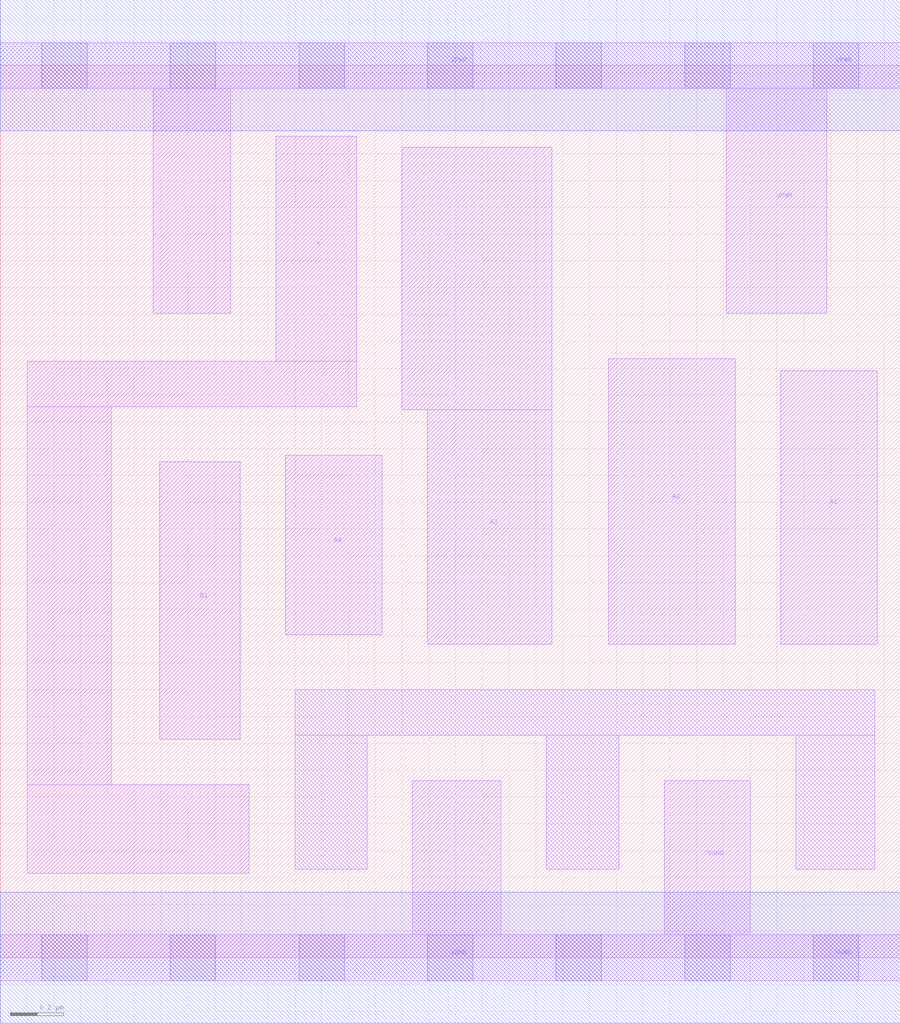
<source format=lef>
# Copyright 2020 The SkyWater PDK Authors
#
# Licensed under the Apache License, Version 2.0 (the "License");
# you may not use this file except in compliance with the License.
# You may obtain a copy of the License at
#
#     https://www.apache.org/licenses/LICENSE-2.0
#
# Unless required by applicable law or agreed to in writing, software
# distributed under the License is distributed on an "AS IS" BASIS,
# WITHOUT WARRANTIES OR CONDITIONS OF ANY KIND, either express or implied.
# See the License for the specific language governing permissions and
# limitations under the License.
#
# SPDX-License-Identifier: Apache-2.0

VERSION 5.7 ;
  NAMESCASESENSITIVE ON ;
  NOWIREEXTENSIONATPIN ON ;
  DIVIDERCHAR "/" ;
  BUSBITCHARS "[]" ;
UNITS
  DATABASE MICRONS 200 ;
END UNITS
MACRO sky130_fd_sc_lp__o41ai_0
  CLASS CORE ;
  SOURCE USER ;
  FOREIGN sky130_fd_sc_lp__o41ai_0 ;
  ORIGIN  0.000000  0.000000 ;
  SIZE  3.360000 BY  3.330000 ;
  SYMMETRY X Y R90 ;
  SITE unit ;
  PIN A1
    ANTENNAGATEAREA  0.159000 ;
    DIRECTION INPUT ;
    USE SIGNAL ;
    PORT
      LAYER li1 ;
        RECT 2.915000 1.170000 3.275000 2.190000 ;
    END
  END A1
  PIN A2
    ANTENNAGATEAREA  0.159000 ;
    DIRECTION INPUT ;
    USE SIGNAL ;
    PORT
      LAYER li1 ;
        RECT 2.270000 1.170000 2.745000 2.235000 ;
    END
  END A2
  PIN A3
    ANTENNAGATEAREA  0.159000 ;
    DIRECTION INPUT ;
    USE SIGNAL ;
    PORT
      LAYER li1 ;
        RECT 1.500000 2.045000 2.060000 3.025000 ;
        RECT 1.595000 1.170000 2.060000 2.045000 ;
    END
  END A3
  PIN A4
    ANTENNAGATEAREA  0.159000 ;
    DIRECTION INPUT ;
    USE SIGNAL ;
    PORT
      LAYER li1 ;
        RECT 1.065000 1.205000 1.425000 1.875000 ;
    END
  END A4
  PIN B1
    ANTENNAGATEAREA  0.159000 ;
    DIRECTION INPUT ;
    USE SIGNAL ;
    PORT
      LAYER li1 ;
        RECT 0.595000 0.815000 0.895000 1.850000 ;
    END
  END B1
  PIN Y
    ANTENNADIFFAREA  0.487900 ;
    DIRECTION OUTPUT ;
    USE SIGNAL ;
    PORT
      LAYER li1 ;
        RECT 0.100000 0.315000 0.930000 0.645000 ;
        RECT 0.100000 0.645000 0.415000 2.055000 ;
        RECT 0.100000 2.055000 1.330000 2.225000 ;
        RECT 1.030000 2.225000 1.330000 3.065000 ;
    END
  END Y
  PIN VGND
    DIRECTION INOUT ;
    USE GROUND ;
    PORT
      LAYER li1 ;
        RECT 0.000000 -0.085000 3.360000 0.085000 ;
        RECT 1.540000  0.085000 1.870000 0.660000 ;
        RECT 2.480000  0.085000 2.800000 0.660000 ;
      LAYER mcon ;
        RECT 0.155000 -0.085000 0.325000 0.085000 ;
        RECT 0.635000 -0.085000 0.805000 0.085000 ;
        RECT 1.115000 -0.085000 1.285000 0.085000 ;
        RECT 1.595000 -0.085000 1.765000 0.085000 ;
        RECT 2.075000 -0.085000 2.245000 0.085000 ;
        RECT 2.555000 -0.085000 2.725000 0.085000 ;
        RECT 3.035000 -0.085000 3.205000 0.085000 ;
      LAYER met1 ;
        RECT 0.000000 -0.245000 3.360000 0.245000 ;
    END
  END VGND
  PIN VPWR
    DIRECTION INOUT ;
    USE POWER ;
    PORT
      LAYER li1 ;
        RECT 0.000000 3.245000 3.360000 3.415000 ;
        RECT 0.570000 2.405000 0.860000 3.245000 ;
        RECT 2.710000 2.405000 3.085000 3.245000 ;
      LAYER mcon ;
        RECT 0.155000 3.245000 0.325000 3.415000 ;
        RECT 0.635000 3.245000 0.805000 3.415000 ;
        RECT 1.115000 3.245000 1.285000 3.415000 ;
        RECT 1.595000 3.245000 1.765000 3.415000 ;
        RECT 2.075000 3.245000 2.245000 3.415000 ;
        RECT 2.555000 3.245000 2.725000 3.415000 ;
        RECT 3.035000 3.245000 3.205000 3.415000 ;
      LAYER met1 ;
        RECT 0.000000 3.085000 3.360000 3.575000 ;
    END
  END VPWR
  OBS
    LAYER li1 ;
      RECT 1.100000 0.330000 1.370000 0.830000 ;
      RECT 1.100000 0.830000 3.265000 1.000000 ;
      RECT 2.040000 0.330000 2.310000 0.830000 ;
      RECT 2.970000 0.330000 3.265000 0.830000 ;
  END
END sky130_fd_sc_lp__o41ai_0

</source>
